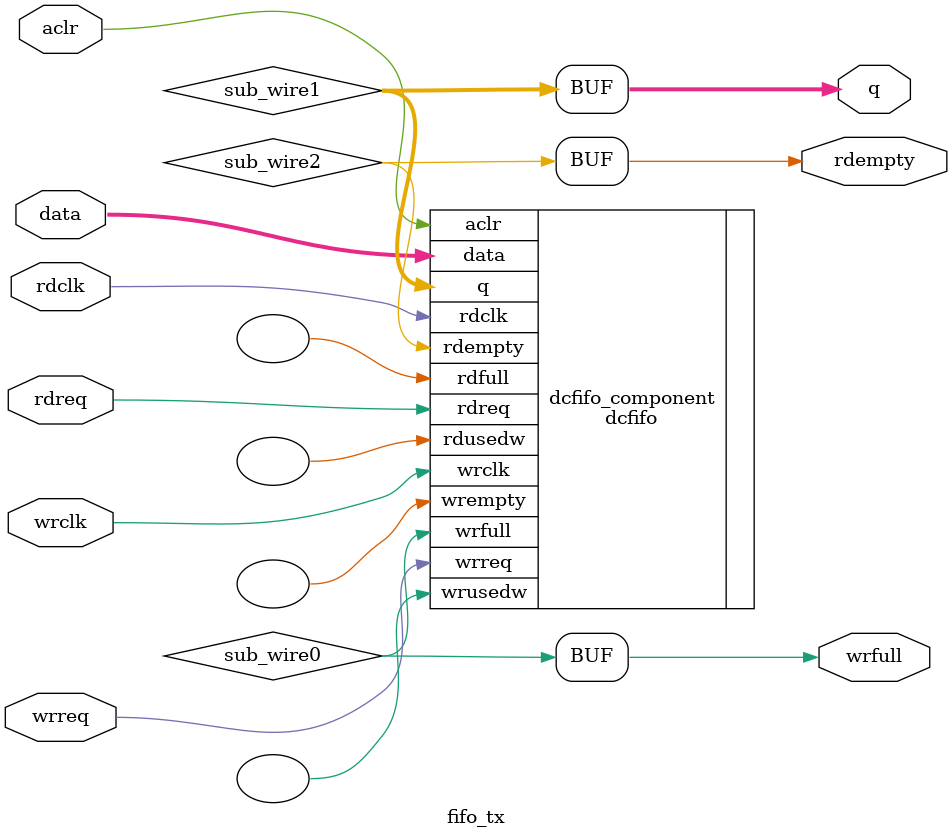
<source format=v>
module fifo_tx (
	aclr,
	data,
	rdclk,
	rdreq,
	wrclk,
	wrreq,
	q,
	rdempty,
	wrfull);
	input	  aclr;
	input	[31:0]  data;
	input	  rdclk;
	input	  rdreq;
	input	  wrclk;
	input	  wrreq;
	output	[31:0]  q;
	output	  rdempty;
	output	  wrfull;
`ifndef ALTERA_RESERVED_QIS
// synopsys translate_off
`endif
	tri0	  aclr;
`ifndef ALTERA_RESERVED_QIS
// synopsys translate_on
`endif
	wire  sub_wire0;
	wire [31:0] sub_wire1;
	wire  sub_wire2;
	wire  wrfull = sub_wire0;
	wire [31:0] q = sub_wire1[31:0];
	wire  rdempty = sub_wire2;
	dcfifo	dcfifo_component (
				.rdclk (rdclk),
				.wrclk (wrclk),
				.wrreq (wrreq),
				.aclr (aclr),
				.data (data),
				.rdreq (rdreq),
				.wrfull (sub_wire0),
				.q (sub_wire1),
				.rdempty (sub_wire2),
				.rdfull (),
				.rdusedw (),
				.wrempty (),
				.wrusedw ());
	defparam
		dcfifo_component.intended_device_family = "Cyclone IV E",
		dcfifo_component.lpm_numwords = 32,
		dcfifo_component.lpm_showahead = "OFF",
		dcfifo_component.lpm_type = "dcfifo",
		dcfifo_component.lpm_width = 32,
		dcfifo_component.lpm_widthu = 5,
		dcfifo_component.overflow_checking = "OFF",
		dcfifo_component.rdsync_delaypipe = 4,
		dcfifo_component.read_aclr_synch = "OFF",
		dcfifo_component.underflow_checking = "OFF",
		dcfifo_component.use_eab = "ON",
		dcfifo_component.write_aclr_synch = "OFF",
		dcfifo_component.wrsync_delaypipe = 4;
endmodule
</source>
